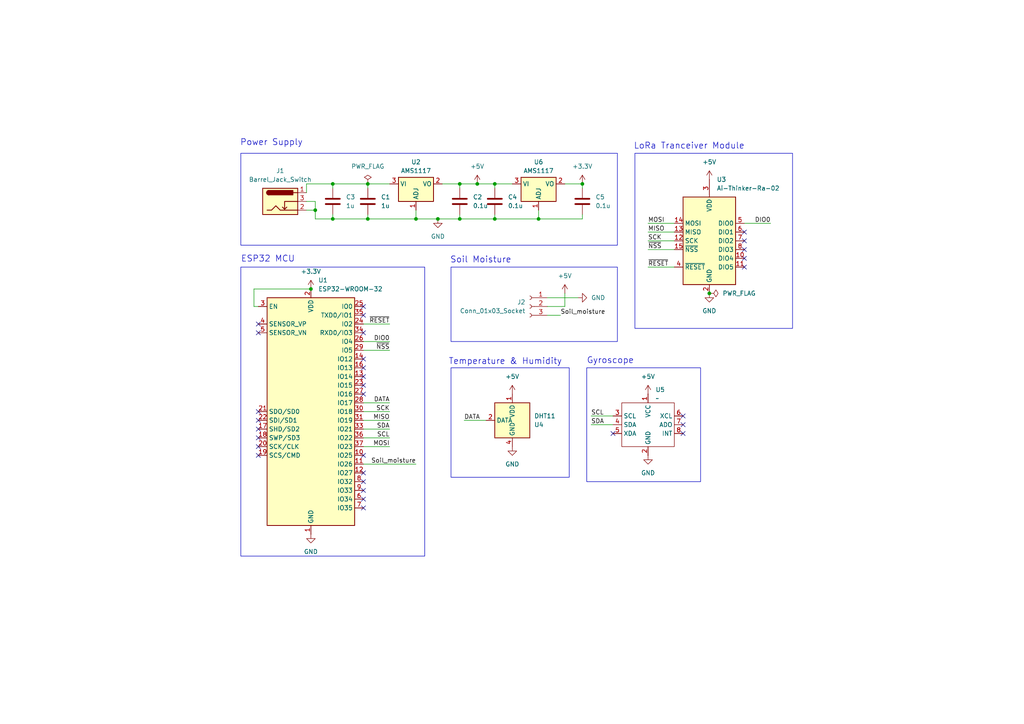
<source format=kicad_sch>
(kicad_sch (version 20250114) (generator "eeschema") (generator_version "9.0")
  (paper "A4")
  (lib_symbols
    (symbol "Connector:Barrel_Jack_Switch" (pin_names (hide yes))
      (property "Reference" "J" (at 0 5.334 0))
      (property "Value" "Barrel_Jack_Switch" (at 0 -5.08 0))
      (symbol "Barrel_Jack_Switch_0_1"
        (rectangle (start -5.08 3.81) (end 5.08 -3.81) (stroke (width 0.254)) (fill (type background)))
        (polyline (pts (xy -3.81 -2.54) (xy -2.54 -2.54) (xy -1.27 -1.27) (xy 0 -2.54) (xy 2.54 -2.54) (xy 5.08 -2.54)) (stroke (width 0.254)))
        (arc (start -3.302 1.905) (mid -3.9343 2.54) (end -3.302 3.175) (stroke (width 0.254)))
        (arc (start -3.302 1.905) (mid -3.9343 2.54) (end -3.302 3.175) (stroke (width 0.254)) (fill (type outline)))
        (polyline (pts (xy 1.27 -2.286) (xy 1.905 -1.651)) (stroke (width 0.254)))
        (rectangle (start 3.683 3.175) (end -3.302 1.905) (stroke (width 0.254)) (fill (type outline)))
        (polyline (pts (xy 5.08 2.54) (xy 3.81 2.54)) (stroke (width 0.254)))
        (polyline (pts (xy 5.08 0) (xy 1.27 0) (xy 1.27 -2.286) (xy 0.635 -1.651)) (stroke (width 0.254)))
      )
      (symbol "Barrel_Jack_Switch_1_1"
        (pin passive line (at 7.62 2.54 180) (length 2.54) (name "~") (number "1"))
        (pin passive line (at 7.62 0 180) (length 2.54) (name "~") (number "3"))
        (pin passive line (at 7.62 -2.54 180) (length 2.54) (name "~") (number "2"))
      )
    )
    (symbol "Connector:Conn_01x03_Socket" (pin_names (offset 1.016) (hide yes))
      (property "Reference" "J" (at 0 5.08 0))
      (property "Value" "Conn_01x03_Socket" (at 0 -5.08 0))
      (symbol "Conn_01x03_Socket_1_1"
        (polyline (pts (xy -1.27 2.54) (xy -0.508 2.54)) (stroke (width 0.1524)))
        (polyline (pts (xy -1.27 0) (xy -0.508 0)) (stroke (width 0.1524)))
        (polyline (pts (xy -1.27 -2.54) (xy -0.508 -2.54)) (stroke (width 0.1524)))
        (arc (start 0 2.032) (mid -0.5058 2.54) (end 0 3.048) (stroke (width 0.1524)))
        (arc (start 0 -0.508) (mid -0.5058 0) (end 0 0.508) (stroke (width 0.1524)))
        (arc (start 0 -3.048) (mid -0.5058 -2.54) (end 0 -2.032) (stroke (width 0.1524)))
        (pin passive line (at -5.08 2.54 0) (length 3.81) (name "Pin_1") (number "1"))
        (pin passive line (at -5.08 0 0) (length 3.81) (name "Pin_2") (number "2"))
        (pin passive line (at -5.08 -2.54 0) (length 3.81) (name "Pin_3") (number "3"))
      )
    )
    (symbol "Device:C" (pin_numbers (hide yes)) (pin_names (offset 0.254))
      (property "Reference" "C" (at 0.635 2.54 0))
      (property "Value" "C" (at 0.635 -2.54 0))
      (symbol "C_0_1"
        (polyline (pts (xy -2.032 0.762) (xy 2.032 0.762)) (stroke (width 0.508)))
        (polyline (pts (xy -2.032 -0.762) (xy 2.032 -0.762)) (stroke (width 0.508)))
      )
      (symbol "C_1_1"
        (pin passive line (at 0 3.81 270) (length 2.794) (name "~") (number "1"))
        (pin passive line (at 0 -3.81 90) (length 2.794) (name "~") (number "2"))
      )
    )
    (symbol "RF_Module:Ai-Thinker-Ra-02"
      (property "Reference" "U" (at 2.54 19.05 0))
      (property "Value" "Ai-Thinker-Ra-02" (at 13.97 -15.24 0))
      (symbol "Ai-Thinker-Ra-02_0_1"
        (rectangle (start -7.62 12.7) (end 7.62 -12.7) (stroke (width 0.254)) (fill (type background)))
      )
      (symbol "Ai-Thinker-Ra-02_1_1"
        (pin input line (at -10.16 5.08 0) (length 2.54) (name "MOSI") (number "14"))
        (pin output line (at -10.16 2.54 0) (length 2.54) (name "MISO") (number "13"))
        (pin input line (at -10.16 0 0) (length 2.54) (name "SCK") (number "12"))
        (pin input line (at -10.16 -2.54 0) (length 2.54) (name "~{NSS}") (number "15"))
        (pin input line (at -10.16 -7.62 0) (length 2.54) (name "~{RESET}") (number "4"))
        (pin power_in line (at 0 17.78 270) (length 5.08) (name "VDD") (number "3"))
        (pin passive line (at 0 -15.24 90) (length 2.54) (hide yes) (name "GND") (number "1"))
        (pin passive line (at 0 -15.24 90) (length 2.54) (hide yes) (name "GND") (number "16"))
        (pin power_in line (at 0 -15.24 90) (length 2.54) (name "GND") (number "2"))
        (pin passive line (at 0 -15.24 90) (length 2.54) (hide yes) (name "GND") (number "9"))
        (pin bidirectional line (at 10.16 5.08 180) (length 2.54) (name "DIO0") (number "5"))
        (pin bidirectional line (at 10.16 2.54 180) (length 2.54) (name "DIO1") (number "6"))
        (pin bidirectional line (at 10.16 0 180) (length 2.54) (name "DIO2") (number "7"))
        (pin bidirectional line (at 10.16 -2.54 180) (length 2.54) (name "DIO3") (number "8"))
        (pin bidirectional line (at 10.16 -5.08 180) (length 2.54) (name "DIO4") (number "10"))
        (pin bidirectional line (at 10.16 -7.62 180) (length 2.54) (name "DIO5") (number "11"))
      )
    )
    (symbol "RF_Module:ESP32-WROOM-32"
      (property "Reference" "U" (at -12.7 34.29 0))
      (property "Value" "ESP32-WROOM-32" (at 1.27 34.29 0))
      (symbol "ESP32-WROOM-32_0_1"
        (rectangle (start -12.7 33.02) (end 12.7 -33.02) (stroke (width 0.254)) (fill (type background)))
      )
      (symbol "ESP32-WROOM-32_1_1"
        (pin input line (at -15.24 30.48 0) (length 2.54) (name "EN") (number "3"))
        (pin input line (at -15.24 25.4 0) (length 2.54) (name "SENSOR_VP") (number "4"))
        (pin input line (at -15.24 22.86 0) (length 2.54) (name "SENSOR_VN") (number "5"))
        (pin bidirectional line (at -15.24 0 0) (length 2.54) (name "SDO/SD0") (number "21"))
        (pin bidirectional line (at -15.24 -2.54 0) (length 2.54) (name "SDI/SD1") (number "22"))
        (pin bidirectional line (at -15.24 -5.08 0) (length 2.54) (name "SHD/SD2") (number "17"))
        (pin bidirectional line (at -15.24 -7.62 0) (length 2.54) (name "SWP/SD3") (number "18"))
        (pin bidirectional line (at -15.24 -10.16 0) (length 2.54) (name "SCK/CLK") (number "20"))
        (pin bidirectional line (at -15.24 -12.7 0) (length 2.54) (name "SCS/CMD") (number "19"))
        (pin no_connect line (at -12.7 -27.94 0) (length 2.54) (hide yes) (name "NC") (number "32"))
        (pin power_in line (at 0 35.56 270) (length 2.54) (name "VDD") (number "2"))
        (pin power_in line (at 0 -35.56 90) (length 2.54) (name "GND") (number "1"))
        (pin passive line (at 0 -35.56 90) (length 2.54) (hide yes) (name "GND") (number "15"))
        (pin passive line (at 0 -35.56 90) (length 2.54) (hide yes) (name "GND") (number "38"))
        (pin passive line (at 0 -35.56 90) (length 2.54) (hide yes) (name "GND") (number "39"))
        (pin bidirectional line (at 15.24 30.48 180) (length 2.54) (name "IO0") (number "25"))
        (pin bidirectional line (at 15.24 27.94 180) (length 2.54) (name "TXD0/IO1") (number "35"))
        (pin bidirectional line (at 15.24 25.4 180) (length 2.54) (name "IO2") (number "24"))
        (pin bidirectional line (at 15.24 22.86 180) (length 2.54) (name "RXD0/IO3") (number "34"))
        (pin bidirectional line (at 15.24 20.32 180) (length 2.54) (name "IO4") (number "26"))
        (pin bidirectional line (at 15.24 17.78 180) (length 2.54) (name "IO5") (number "29"))
        (pin bidirectional line (at 15.24 15.24 180) (length 2.54) (name "IO12") (number "14"))
        (pin bidirectional line (at 15.24 12.7 180) (length 2.54) (name "IO13") (number "16"))
        (pin bidirectional line (at 15.24 10.16 180) (length 2.54) (name "IO14") (number "13"))
        (pin bidirectional line (at 15.24 7.62 180) (length 2.54) (name "IO15") (number "23"))
        (pin bidirectional line (at 15.24 5.08 180) (length 2.54) (name "IO16") (number "27"))
        (pin bidirectional line (at 15.24 2.54 180) (length 2.54) (name "IO17") (number "28"))
        (pin bidirectional line (at 15.24 0 180) (length 2.54) (name "IO18") (number "30"))
        (pin bidirectional line (at 15.24 -2.54 180) (length 2.54) (name "IO19") (number "31"))
        (pin bidirectional line (at 15.24 -5.08 180) (length 2.54) (name "IO21") (number "33"))
        (pin bidirectional line (at 15.24 -7.62 180) (length 2.54) (name "IO22") (number "36"))
        (pin bidirectional line (at 15.24 -10.16 180) (length 2.54) (name "IO23") (number "37"))
        (pin bidirectional line (at 15.24 -12.7 180) (length 2.54) (name "IO25") (number "10"))
        (pin bidirectional line (at 15.24 -15.24 180) (length 2.54) (name "IO26") (number "11"))
        (pin bidirectional line (at 15.24 -17.78 180) (length 2.54) (name "IO27") (number "12"))
        (pin bidirectional line (at 15.24 -20.32 180) (length 2.54) (name "IO32") (number "8"))
        (pin bidirectional line (at 15.24 -22.86 180) (length 2.54) (name "IO33") (number "9"))
        (pin input line (at 15.24 -25.4 180) (length 2.54) (name "IO34") (number "6"))
        (pin input line (at 15.24 -27.94 180) (length 2.54) (name "IO35") (number "7"))
      )
    )
    (symbol "Regulator_Linear:AMS1117"
      (property "Reference" "U" (at -3.81 3.175 0))
      (property "Value" "AMS1117" (at 0 3.175 0))
      (symbol "AMS1117_0_1"
        (rectangle (start -5.08 -5.08) (end 5.08 1.905) (stroke (width 0.254)) (fill (type background)))
      )
      (symbol "AMS1117_1_1"
        (pin power_in line (at -7.62 0 0) (length 2.54) (name "VI") (number "3"))
        (pin input line (at 0 -7.62 90) (length 2.54) (name "ADJ") (number "1"))
        (pin power_out line (at 7.62 0 180) (length 2.54) (name "VO") (number "2"))
      )
    )
    (symbol "Sensor:DHT11"
      (property "Reference" "U" (at -3.81 6.35 0))
      (property "Value" "DHT11" (at 3.81 6.35 0))
      (symbol "DHT11_0_1"
        (rectangle (start -5.08 5.08) (end 5.08 -5.08) (stroke (width 0.254)) (fill (type background)))
      )
      (symbol "DHT11_1_1"
        (pin no_connect line (at -5.08 0 0) (length 2.54) (hide yes) (name "NC") (number "3"))
        (pin power_in line (at 0 7.62 270) (length 2.54) (name "VDD") (number "1"))
        (pin power_in line (at 0 -7.62 90) (length 2.54) (name "GND") (number "4"))
        (pin bidirectional line (at 7.62 0 180) (length 2.54) (name "DATA") (number "2"))
      )
    )
    (symbol "power:+3.3V" (power) (pin_numbers (hide yes)) (pin_names (offset 0) (hide yes))
      (property "Value" "+3.3V" (at 0 3.556 0))
      (symbol "+3.3V_0_1"
        (polyline (pts (xy -0.762 1.27) (xy 0 2.54)))
        (polyline (pts (xy 0 2.54) (xy 0.762 1.27)))
        (polyline (pts (xy 0 0) (xy 0 2.54)))
      )
      (symbol "+3.3V_1_1"
        (pin power_in line (at 0 0 90) (length 0) (name "~") (number "1"))
      )
    )
    (symbol "power:+5V" (power) (pin_numbers (hide yes)) (pin_names (offset 0) (hide yes))
      (property "Value" "+5V" (at 0 3.556 0))
      (symbol "+5V_0_1"
        (polyline (pts (xy -0.762 1.27) (xy 0 2.54)))
        (polyline (pts (xy 0 2.54) (xy 0.762 1.27)))
        (polyline (pts (xy 0 0) (xy 0 2.54)))
      )
      (symbol "+5V_1_1"
        (pin power_in line (at 0 0 90) (length 0) (name "~") (number "1"))
      )
    )
    (symbol "power:GND" (power) (pin_numbers (hide yes)) (pin_names (offset 0) (hide yes))
      (property "Value" "GND" (at 0 -3.81 0))
      (symbol "GND_0_1"
        (polyline (pts (xy 0 0) (xy 0 -1.27) (xy 1.27 -1.27) (xy 0 -2.54) (xy -1.27 -1.27) (xy 0 -1.27)))
      )
      (symbol "GND_1_1"
        (pin power_in line (at 0 0 270) (length 0) (name "~") (number "1"))
      )
    )
    (symbol "power:PWR_FLAG" (power) (pin_numbers (hide yes)) (pin_names (offset 0) (hide yes))
      (property "Value" "PWR_FLAG" (at 0 3.81 0))
      (symbol "PWR_FLAG_0_0"
        (pin power_out line (at 0 0 90) (length 0) (name "~") (number "1"))
      )
      (symbol "PWR_FLAG_0_1"
        (polyline (pts (xy 0 0) (xy 0 1.27) (xy -1.016 1.905) (xy 0 2.54) (xy 1.016 1.905) (xy 0 1.27)))
      )
    )
    (symbol "ra02_lora:MPU6050_sensor"
      (property "Reference" "U" (at -0.254 10.414 0))
      (symbol "MPU6050_sensor_0_1"
        (rectangle (start -7.62 6.35) (end 7.62 -6.35))
      )
      (symbol "MPU6050_sensor_1_1"
        (pin bidirectional line (at -10.16 2.54 0) (length 2.54) (name "SCL") (number "3"))
        (pin bidirectional line (at -10.16 0 0) (length 2.54) (name "SDA") (number "4"))
        (pin bidirectional line (at -10.16 -2.54 0) (length 2.54) (name "XDA") (number "5"))
        (pin bidirectional line (at 0 8.89 270) (length 2.54) (name "VCC") (number "1"))
        (pin power_in line (at 0 -8.89 90) (length 2.54) (name "GND") (number "2"))
        (pin bidirectional line (at 10.16 2.54 180) (length 2.54) (name "XCL") (number "6"))
        (pin bidirectional line (at 10.16 0 180) (length 2.54) (name "ADO") (number "7"))
        (pin bidirectional line (at 10.16 -2.54 180) (length 2.54) (name "INT") (number "8"))
      )
    )
  )
  (rectangle (start 170.18 106.68) (end 203.2 139.7))
  (rectangle (start 130.81 106.68) (end 165.1 138.43))
  (rectangle (start 130.81 77.47) (end 179.07 99.06))
  (rectangle (start 69.85 77.47) (end 123.19 161.29))
  (rectangle (start 69.85 44.45) (end 179.07 71.12))
  (rectangle (start 184.15 44.45) (end 229.87 95.25))
  (text "Power Supply" (at 78.74 41.402 0) (effects (font (size 1.778 1.778))))
  (text "Gyroscope" (at 177.038 104.648 0) (effects (font (size 1.778 1.778))))
  (text "Soil Moisture" (at 139.446 75.438 0) (effects (font (size 1.778 1.778))))
  (text "ESP32 MCU" (at 77.724 75.184 0) (effects (font (size 1.778 1.778))))
  (text "Temperature & Humidity" (at 146.558 104.902 0) (effects (font (size 1.778 1.778))))
  (text "LoRa Tranceiver Module" (at 199.898 42.418 0) (effects (font (size 1.778 1.778))))
  (junction (at 168.91 53.34))
  (junction (at 138.43 53.34))
  (junction (at 156.21 63.5))
  (junction (at 96.52 63.5))
  (junction (at 90.17 83.82))
  (junction (at 133.35 63.5))
  (junction (at 205.74 85.09))
  (junction (at 96.52 53.34))
  (junction (at 106.68 53.34))
  (junction (at 106.68 63.5))
  (junction (at 133.35 53.34))
  (junction (at 143.51 53.34))
  (junction (at 91.44 60.96))
  (junction (at 120.65 63.5))
  (junction (at 143.51 63.5))
  (junction (at 127 63.5))
  (no_connect (at 198.12 125.73))
  (no_connect (at 215.9 69.85))
  (no_connect (at 105.41 142.24))
  (no_connect (at 215.9 67.31))
  (no_connect (at 105.41 104.14))
  (no_connect (at 105.41 106.68))
  (no_connect (at 105.41 114.3))
  (no_connect (at 74.93 121.92))
  (no_connect (at 74.93 96.52))
  (no_connect (at 198.12 120.65))
  (no_connect (at 74.93 129.54))
  (no_connect (at 74.93 93.98))
  (no_connect (at 74.93 124.46))
  (no_connect (at 105.41 88.9))
  (no_connect (at 105.41 132.08))
  (no_connect (at 105.41 109.22))
  (no_connect (at 215.9 74.93))
  (no_connect (at 177.8 125.73))
  (no_connect (at 105.41 96.52))
  (no_connect (at 105.41 144.78))
  (no_connect (at 105.41 91.44))
  (no_connect (at 105.41 111.76))
  (no_connect (at 198.12 123.19))
  (no_connect (at 74.93 132.08))
  (no_connect (at 74.93 119.38))
  (no_connect (at 105.41 147.32))
  (no_connect (at 215.9 72.39))
  (no_connect (at 215.9 77.47))
  (no_connect (at 105.41 137.16))
  (no_connect (at 74.93 127))
  (no_connect (at 105.41 139.7))
  (wire (pts (xy 158.75 91.44) (xy 162.56 91.44)))
  (wire (pts (xy 187.96 77.47) (xy 195.58 77.47)))
  (wire (pts (xy 187.96 72.39) (xy 195.58 72.39)))
  (wire (pts (xy 113.03 116.84) (xy 105.41 116.84)))
  (wire (pts (xy 158.75 88.9) (xy 163.83 88.9)))
  (wire (pts (xy 106.68 53.34) (xy 106.68 54.61)))
  (wire (pts (xy 105.41 127) (xy 113.03 127)))
  (wire (pts (xy 120.65 60.96) (xy 120.65 63.5)))
  (wire (pts (xy 133.35 53.34) (xy 133.35 54.61)))
  (wire (pts (xy 96.52 63.5) (xy 106.68 63.5)))
  (wire (pts (xy 113.03 101.6) (xy 105.41 101.6)))
  (wire (pts (xy 133.35 62.23) (xy 133.35 63.5)))
  (wire (pts (xy 156.21 63.5) (xy 168.91 63.5)))
  (wire (pts (xy 187.96 69.85) (xy 195.58 69.85)))
  (wire (pts (xy 113.03 129.54) (xy 105.41 129.54)))
  (wire (pts (xy 91.44 63.5) (xy 96.52 63.5)))
  (wire (pts (xy 105.41 134.62) (xy 120.65 134.62)))
  (wire (pts (xy 106.68 62.23) (xy 106.68 63.5)))
  (wire (pts (xy 88.9 60.96) (xy 91.44 60.96)))
  (wire (pts (xy 120.65 63.5) (xy 127 63.5)))
  (wire (pts (xy 223.52 64.77) (xy 215.9 64.77)))
  (wire (pts (xy 171.45 123.19) (xy 177.8 123.19)))
  (wire (pts (xy 88.9 53.34) (xy 96.52 53.34)))
  (wire (pts (xy 88.9 58.42) (xy 91.44 58.42)))
  (wire (pts (xy 143.51 63.5) (xy 143.51 62.23)))
  (wire (pts (xy 143.51 63.5) (xy 156.21 63.5)))
  (wire (pts (xy 168.91 62.23) (xy 168.91 63.5)))
  (wire (pts (xy 127 63.5) (xy 133.35 63.5)))
  (wire (pts (xy 91.44 60.96) (xy 91.44 63.5)))
  (wire (pts (xy 163.83 53.34) (xy 168.91 53.34)))
  (wire (pts (xy 156.21 60.96) (xy 156.21 63.5)))
  (wire (pts (xy 74.93 88.9) (xy 73.66 88.9)))
  (wire (pts (xy 96.52 53.34) (xy 106.68 53.34)))
  (wire (pts (xy 163.83 88.9) (xy 163.83 85.09)))
  (wire (pts (xy 96.52 62.23) (xy 96.52 63.5)))
  (wire (pts (xy 113.03 119.38) (xy 105.41 119.38)))
  (wire (pts (xy 143.51 53.34) (xy 148.59 53.34)))
  (wire (pts (xy 134.62 121.92) (xy 140.97 121.92)))
  (wire (pts (xy 168.91 53.34) (xy 168.91 54.61)))
  (wire (pts (xy 143.51 53.34) (xy 143.51 54.61)))
  (wire (pts (xy 73.66 88.9) (xy 73.66 83.82)))
  (wire (pts (xy 106.68 63.5) (xy 120.65 63.5)))
  (wire (pts (xy 88.9 55.88) (xy 88.9 53.34)))
  (wire (pts (xy 187.96 64.77) (xy 195.58 64.77)))
  (wire (pts (xy 113.03 93.98) (xy 105.41 93.98)))
  (wire (pts (xy 73.66 83.82) (xy 90.17 83.82)))
  (wire (pts (xy 128.27 53.34) (xy 133.35 53.34)))
  (wire (pts (xy 187.96 67.31) (xy 195.58 67.31)))
  (wire (pts (xy 106.68 53.34) (xy 113.03 53.34)))
  (wire (pts (xy 138.43 53.34) (xy 143.51 53.34)))
  (wire (pts (xy 133.35 63.5) (xy 143.51 63.5)))
  (wire (pts (xy 171.45 120.65) (xy 177.8 120.65)))
  (wire (pts (xy 96.52 54.61) (xy 96.52 53.34)))
  (wire (pts (xy 105.41 124.46) (xy 113.03 124.46)))
  (wire (pts (xy 158.75 86.36) (xy 167.64 86.36)))
  (wire (pts (xy 91.44 58.42) (xy 91.44 60.96)))
  (wire (pts (xy 113.03 99.06) (xy 105.41 99.06)))
  (wire (pts (xy 133.35 53.34) (xy 138.43 53.34)))
  (wire (pts (xy 113.03 121.92) (xy 105.41 121.92)))
  (label "SCL" (at 171.45 120.65 0))
  (label "Soil_moisture" (at 162.56 91.44 0))
  (label "~{NSS}" (at 113.03 101.6 180))
  (label "MOSI" (at 113.03 129.54 180))
  (label "MISO" (at 187.96 67.31 0))
  (label "SCL" (at 113.03 127 180))
  (label "~{NSS}" (at 187.96 72.39 0))
  (label "SCK" (at 113.03 119.38 180))
  (label "SDA" (at 171.45 123.19 0))
  (label "SCK" (at 187.96 69.85 0))
  (label "MOSI" (at 187.96 64.77 0))
  (label "DATA" (at 134.62 121.92 0))
  (label "DATA" (at 113.03 116.84 180))
  (label "Soil_moisture" (at 120.65 134.62 180))
  (label "DIO0" (at 113.03 99.06 180))
  (label "SDA" (at 113.03 124.46 180))
  (label "~{RESET}" (at 113.03 93.98 180))
  (label "DIO0" (at 223.52 64.77 180))
  (label "~{RESET}" (at 187.96 77.47 0))
  (label "MISO" (at 113.03 121.92 180))
  (symbol (lib_id "power:+5V") (at 148.59 114.3 0) (unit 1)
    (property "Reference" "#PWR09" (effects (hide yes)))
    (property "Value" "+5V" (at 148.59 109.22 0))
    (property "Description" "Power symbol creates a global label with name \"+5V\"" (effects (hide yes)))
  )
  (symbol (lib_id "Device:C") (at 143.51 58.42 0) (unit 1)
    (property "Reference" "C4" (at 147.32 57.1499 0) (effects (justify left)))
    (property "Value" "0.1u" (at 147.32 59.6899 0) (effects (justify left)))
    (property "Footprint" "Capacitor_SMD:C_0805_2012Metric" (effects (hide yes)))
    (property "Description" "Unpolarized capacitor" (effects (hide yes)))
  )
  (symbol (lib_id "Device:C") (at 168.91 58.42 0) (unit 1)
    (property "Reference" "C5" (at 172.72 57.1499 0) (effects (justify left)))
    (property "Value" "0.1u" (at 172.72 59.6899 0) (effects (justify left)))
    (property "Footprint" "Capacitor_SMD:C_0805_2012Metric" (effects (hide yes)))
    (property "Description" "Unpolarized capacitor" (effects (hide yes)))
  )
  (symbol (lib_id "power:+5V") (at 138.43 53.34 0) (unit 1)
    (property "Reference" "#PWR08" (effects (hide yes)))
    (property "Value" "+5V" (at 138.43 48.26 0))
    (property "Description" "Power symbol creates a global label with name \"+5V\"" (effects (hide yes)))
  )
  (symbol (lib_id "power:+5V") (at 205.74 52.07 0) (unit 1)
    (property "Reference" "#PWR01" (effects (hide yes)))
    (property "Value" "+5V" (at 205.74 46.99 0))
    (property "Description" "Power symbol creates a global label with name \"+5V\"" (effects (hide yes)))
  )
  (symbol (lib_id "ra02_lora:MPU6050_sensor") (at 187.96 123.19 0) (unit 1)
    (property "Reference" "U5" (at 190.1033 113.03 0) (effects (justify left)))
    (property "Value" "~" (at 190.1033 115.57 0) (effects (justify left)))
    (property "Footprint" "Connector_PinHeader_2.54mm:PinHeader_1x08_P2.54mm_Vertical" (effects (hide yes)))
  )
  (symbol (lib_id "power:+5V") (at 187.96 114.3 0) (unit 1)
    (property "Reference" "#PWR06" (effects (hide yes)))
    (property "Value" "+5V" (at 187.96 109.22 0))
    (property "Description" "Power symbol creates a global label with name \"+5V\"" (effects (hide yes)))
  )
  (symbol (lib_id "Device:C") (at 106.68 58.42 0) (unit 1)
    (property "Reference" "C1" (at 110.49 57.1499 0) (effects (justify left)))
    (property "Value" "1u" (at 110.49 59.6899 0) (effects (justify left)))
    (property "Footprint" "Capacitor_SMD:C_0805_2012Metric" (effects (hide yes)))
    (property "Description" "Unpolarized capacitor" (effects (hide yes)))
  )
  (symbol (lib_id "Sensor:DHT11") (at 148.59 121.92 0) (mirror y) (unit 1)
    (property "Reference" "U4" (at 154.94 123.1901 0) (effects (justify right)))
    (property "Value" "DHT11" (at 154.94 120.6501 0) (effects (justify right)))
    (property "Footprint" "dht11:dht11_standalone" (effects (hide yes)))
    (property "Datasheet" "http://akizukidenshi.com/download/ds/aosong/DHT11.pdf" (effects (hide yes)))
    (property "Description" "3.3V to 5.5V, temperature and humidity module, DHT11" (effects (hide yes)))
  )
  (symbol (lib_id "Connector:Conn_01x03_Socket") (at 153.67 88.9 0) (mirror y) (unit 1)
    (property "Reference" "J2" (at 152.4 87.6299 0) (effects (justify left)))
    (property "Value" "Conn_01x03_Socket" (at 152.4 90.1699 0) (effects (justify left)))
    (property "Footprint" "TerminalBlock_Phoenix:TerminalBlock_Phoenix_MKDS-1,5-3_1x03_P5.00mm_Horizontal" (effects (hide yes)))
    (property "Description" "Generic connector, single row, 01x03, script generated" (effects (hide yes)))
  )
  (symbol (lib_id "power:GND") (at 187.96 132.08 0) (unit 1)
    (property "Reference" "#PWR07" (effects (hide yes)))
    (property "Value" "GND" (at 187.96 137.16 0))
    (property "Description" "Power symbol creates a global label with name \"GND\" , ground" (effects (hide yes)))
  )
  (symbol (lib_id "power:GND") (at 127 63.5 0) (unit 1)
    (property "Reference" "#PWR012" (effects (hide yes)))
    (property "Value" "GND" (at 127 68.58 0))
    (property "Description" "Power symbol creates a global label with name \"GND\" , ground" (effects (hide yes)))
  )
  (symbol (lib_id "Regulator_Linear:AMS1117") (at 120.65 53.34 0) (unit 1)
    (property "Reference" "U2" (at 120.65 46.99 0))
    (property "Value" "AMS1117" (at 120.65 49.53 0))
    (property "Footprint" "Package_TO_SOT_SMD:SOT-223-3_TabPin2" (effects (hide yes)))
    (property "Datasheet" "http://www.advanced-monolithic.com/pdf/ds1117.pdf" (effects (hide yes)))
    (property "Description" "1A Low Dropout regulator, positive, adjustable output, SOT-223" (effects (hide yes)))
  )
  (symbol (lib_id "power:GND") (at 167.64 86.36 90) (unit 1)
    (property "Reference" "#PWR013" (effects (hide yes)))
    (property "Value" "GND" (at 171.45 86.3599 90) (effects (justify right)))
    (property "Description" "Power symbol creates a global label with name \"GND\" , ground" (effects (hide yes)))
  )
  (symbol (lib_id "Device:C") (at 133.35 58.42 0) (unit 1)
    (property "Reference" "C2" (at 137.16 57.1499 0) (effects (justify left)))
    (property "Value" "0.1u" (at 137.16 59.6899 0) (effects (justify left)))
    (property "Footprint" "Capacitor_SMD:C_0805_2012Metric" (effects (hide yes)))
    (property "Description" "Unpolarized capacitor" (effects (hide yes)))
  )
  (symbol (lib_id "power:PWR_FLAG") (at 106.68 53.34 0) (unit 1)
    (property "Reference" "#FLG01" (effects (hide yes)))
    (property "Value" "PWR_FLAG" (at 106.68 48.26 0))
    (property "Description" "Special symbol for telling ERC where power comes from" (effects (hide yes)))
  )
  (symbol (lib_id "RF_Module:ESP32-WROOM-32") (at 90.17 119.38 0) (unit 1)
    (property "Reference" "U1" (at 92.3133 81.28 0) (effects (justify left)))
    (property "Value" "ESP32-WROOM-32" (at 92.3133 83.82 0) (effects (justify left)))
    (property "Footprint" "RF_Module:ESP32-WROOM-32" (effects (hide yes)))
    (property "Datasheet" "https://www.espressif.com/sites/default/files/documentation/esp32-wroom-32_datasheet_en.pdf" (effects (hide yes)))
    (property "Description" "RF Module, ESP32-D0WDQ6 SoC, Wi-Fi 802.11b/g/n, Bluetooth, BLE, 32-bit, 2.7-3.6V, onboard antenna, SMD" (effects (hide yes)))
  )
  (symbol (lib_id "power:+5V") (at 163.83 85.09 0) (unit 1)
    (property "Reference" "#PWR011" (effects (hide yes)))
    (property "Value" "+5V" (at 163.83 80.01 0))
    (property "Description" "Power symbol creates a global label with name \"+5V\"" (effects (hide yes)))
  )
  (symbol (lib_id "Regulator_Linear:AMS1117") (at 156.21 53.34 0) (unit 1)
    (property "Reference" "U6" (at 156.21 46.99 0))
    (property "Value" "AMS1117" (at 156.21 49.53 0))
    (property "Footprint" "Package_TO_SOT_SMD:SOT-223-3_TabPin2" (effects (hide yes)))
    (property "Datasheet" "http://www.advanced-monolithic.com/pdf/ds1117.pdf" (effects (hide yes)))
    (property "Description" "1A Low Dropout regulator, positive, adjustable output, SOT-223" (effects (hide yes)))
  )
  (symbol (lib_id "Connector:Barrel_Jack_Switch") (at 81.28 58.42 0) (unit 1)
    (property "Reference" "J1" (at 81.28 49.53 0))
    (property "Value" "Barrel_Jack_Switch" (at 81.28 52.07 0))
    (property "Footprint" "Connector_BarrelJack:BarrelJack_Horizontal" (effects (hide yes)))
    (property "Description" "DC Barrel Jack with an internal switch" (effects (hide yes)))
  )
  (symbol (lib_id "RF_Module:Ai-Thinker-Ra-02") (at 205.74 69.85 0) (unit 1)
    (property "Reference" "U3" (at 207.8833 52.07 0) (effects (justify left)))
    (property "Value" "Ai-Thinker-Ra-02" (at 207.8833 54.61 0) (effects (justify left)))
    (property "Footprint" "RF_Module:Ai-Thinker-Ra-01-LoRa" (effects (hide yes)))
    (property "Datasheet" "http://wiki.ai-thinker.com/_media/lora/docs/c048ps01a1_ra-02_product_specification_v1.1.pdf" (effects (hide yes)))
    (property "Description" "Ai-Thinker Ra-02 410-525 MHz LoRa Module, SPI interface, U.FL antenna connector" (effects (hide yes)))
  )
  (symbol (lib_id "Device:C") (at 96.52 58.42 0) (unit 1)
    (property "Reference" "C3" (at 100.33 57.1499 0) (effects (justify left)))
    (property "Value" "1u" (at 100.33 59.6899 0) (effects (justify left)))
    (property "Footprint" "Capacitor_SMD:C_0805_2012Metric" (effects (hide yes)))
    (property "Description" "Unpolarized capacitor" (effects (hide yes)))
  )
  (symbol (lib_id "power:GND") (at 148.59 129.54 0) (unit 1)
    (property "Reference" "#PWR010" (effects (hide yes)))
    (property "Value" "GND" (at 148.59 134.62 0))
    (property "Description" "Power symbol creates a global label with name \"GND\" , ground" (effects (hide yes)))
  )
  (symbol (lib_id "power:GND") (at 205.74 85.09 0) (unit 1)
    (property "Reference" "#PWR02" (effects (hide yes)))
    (property "Value" "GND" (at 205.74 90.17 0))
    (property "Description" "Power symbol creates a global label with name \"GND\" , ground" (effects (hide yes)))
  )
  (symbol (lib_id "power:+3.3V") (at 90.17 83.82 0) (unit 1)
    (property "Reference" "#PWR03" (effects (hide yes)))
    (property "Value" "+3.3V" (at 90.17 78.74 0))
    (property "Description" "Power symbol creates a global label with name \"+3.3V\"" (effects (hide yes)))
  )
  (symbol (lib_id "power:PWR_FLAG") (at 205.74 85.09 270) (unit 1)
    (property "Reference" "#FLG02" (effects (hide yes)))
    (property "Value" "PWR_FLAG" (at 209.55 85.0899 90) (effects (justify left)))
    (property "Description" "Special symbol for telling ERC where power comes from" (effects (hide yes)))
  )
  (symbol (lib_id "power:GND") (at 90.17 154.94 0) (unit 1)
    (property "Reference" "#PWR05" (effects (hide yes)))
    (property "Value" "GND" (at 90.17 160.02 0))
    (property "Description" "Power symbol creates a global label with name \"GND\" , ground" (effects (hide yes)))
  )
  (symbol (lib_id "power:+3.3V") (at 168.91 53.34 0) (unit 1)
    (property "Reference" "#PWR04" (effects (hide yes)))
    (property "Value" "+3.3V" (at 168.91 48.26 0))
    (property "Description" "Power symbol creates a global label with name \"+3.3V\"" (effects (hide yes)))
  )
)
</source>
